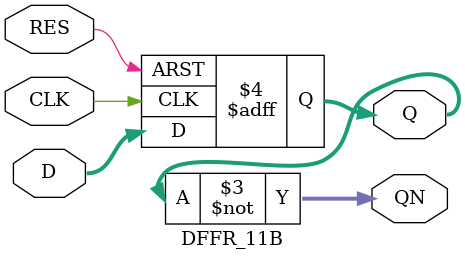
<source format=v>
module DFFR_11B(D, CLK, RES, Q, QN);

	 parameter BW = 11;

	 input  signed[BW-1:0] D;
	 input CLK, RES;
	 output  signed[BW-1:0] QN,Q;
	 reg  signed[BW-1:0] Q;

	 always @(posedge CLK or posedge RES) begin
		if( RES == 1'b1)
			Q <= 0;
		else
			Q <= D;
	 end
	 
	 assign QN = ~Q;
	 
endmodule

</source>
